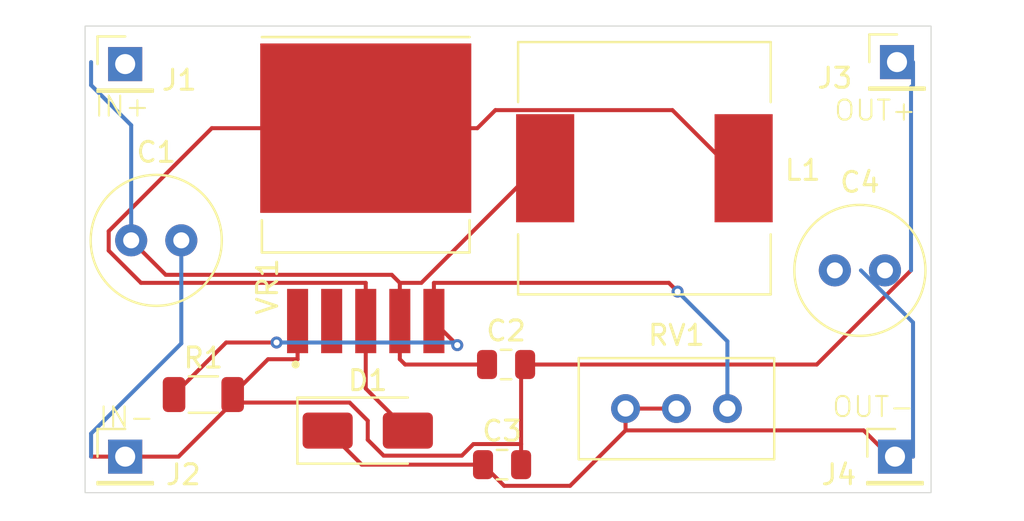
<source format=kicad_pcb>
(kicad_pcb (version 20241229) (generator "pcbnew") (generator_version "9.0")
  (layers (0 "F.Cu" signal) (2 "B.Cu" signal) (13 "F.Paste" user) (15 "B.Paste" user) (5 "F.SilkS" user "F.Silkscreen") (7 "B.SilkS" user "B.Silkscreen") (1 "F.Mask" user) (3 "B.Mask" user) (25 "Edge.Cuts" user))
  (net 0 "")
  (net 1 "GND")
  (net 2 "Net-(J1-Pin_1)")
  (net 3 "Net-(D1-K)")
  (net 4 "Net-(D1-A)")
  (net 5 "Net-(VR1-FB)")
  (footprint "Diode_SMD:D_SMA" (layer "F.Cu") (at 98.3 52.5)
    (property "Reference" "D1" (at 0 -2.5 0) (layer "F.SilkS"))
    (property "Value" "SS34")
    (fp_line (start -3.51 -1.65) (end -3.51 1.65) (stroke (width 0.12)) (layer "F.SilkS"))
    (fp_line (start -3.51 -1.65) (end 2 -1.65) (stroke (width 0.12)) (layer "F.SilkS"))
    (fp_line (start -3.51 1.65) (end 2 1.65) (stroke (width 0.12)) (layer "F.SilkS"))
    (pad "1" smd roundrect (at -2 0) (size 2.5 1.8) (layers "F.Cu" "F.Mask" "F.Paste") (roundrect_rratio 0.1388888889) (net 3 "Net-(D1-K)"))
    (pad "2" smd roundrect (at 2 0) (size 2.5 1.8) (layers "F.Cu" "F.Mask" "F.Paste") (roundrect_rratio 0.1388888889) (net 4 "Net-(D1-A)"))
  )
  (footprint "Connector_PinHeader_2.54mm:PinHeader_1x01_P2.54mm_Vertical" (layer "F.Cu") (at 124.7 34.1)
    (property "Reference" "J3" (at -3.1 0.8 0) (layer "F.SilkS"))
    (property "Value" "Conn_01x01_Pin")
    (fp_line (start -1.38 -1.38) (end 0 -1.38) (stroke (width 0.12)) (layer "F.SilkS"))
    (fp_line (start -1.38 0) (end -1.38 -1.38) (stroke (width 0.12)) (layer "F.SilkS"))
    (fp_line (start -1.38 1.27) (end -1.38 1.38) (stroke (width 0.12)) (layer "F.SilkS"))
    (fp_line (start -1.38 1.27) (end 1.38 1.27) (stroke (width 0.12)) (layer "F.SilkS"))
    (fp_line (start -1.38 1.38) (end 1.38 1.38) (stroke (width 0.12)) (layer "F.SilkS"))
    (fp_line (start 1.38 1.27) (end 1.38 1.38) (stroke (width 0.12)) (layer "F.SilkS"))
    (pad "1" thru_hole rect (at 0 0) (size 1.7 1.7) (drill 1) (layers "*.Cu" "*.Mask") (net 1 "GND"))
  )
  (footprint "XL6009:DPAK170P1435X465-6N" (layer "F.Cu") (at 98.2 40.9 90)
    (property "Reference" "VR1" (at -4.4 -4.9 90) (layer "F.SilkS"))
    (property "Value" "XL6009")
    (fp_line (start 8.05 -5.18) (end 8.05 5.18) (stroke (width 0.127)) (layer "F.SilkS"))
    (fp_line (start -1.1 -5.18) (end -2.705 -5.18) (stroke (width 0.127)) (layer "F.SilkS"))
    (fp_line (start -2.705 -5.18) (end -2.705 5.18) (stroke (width 0.127)) (layer "F.SilkS"))
    (fp_line (start -1.1 5.18) (end -2.705 5.18) (stroke (width 0.127)) (layer "F.SilkS"))
    (fp_circle (center -8.3 -3.5) (end -8.2 -3.5) (stroke (width 0.2)) (fill no) (layer "F.SilkS"))
    (pad "1" smd rect (at -6.13 -3.4 90) (size 3.21 1.05) (layers "F.Cu" "F.Mask" "F.Paste") (net 1 "GND"))
    (pad "2" smd rect (at -6.13 -1.7 90) (size 3.21 1.05) (layers "F.Cu" "F.Mask" "F.Paste"))
    (pad "3" smd rect (at -6.13 0 90) (size 3.21 1.05) (layers "F.Cu" "F.Mask" "F.Paste") (net 4 "Net-(D1-A)"))
    (pad "4" smd rect (at -6.13 1.7 90) (size 3.21 1.05) (layers "F.Cu" "F.Mask" "F.Paste") (net 2 "Net-(J1-Pin_1)"))
    (pad "5" smd rect (at -6.13 3.4 90) (size 3.21 1.05) (layers "F.Cu" "F.Mask" "F.Paste") (net 5 "Net-(VR1-FB)"))
    (pad "6" smd rect (at 3.5 0 90) (size 8.46 10.53) (layers "F.Cu" "F.Mask") (net 4 "Net-(D1-A)"))
  )
  (footprint "Capacitor_THT:C_Radial_D6.3mm_H11.0mm_P2.50mm" (layer "F.Cu") (at 121.6 44.5)
    (property "Reference" "C4" (at 1.25 -4.4 0) (layer "F.SilkS"))
    (property "Value" "220uF/50V")
    (fp_circle (center 1.25 0) (end 4.52 0) (stroke (width 0.12)) (fill no) (layer "F.SilkS"))
    (pad "1" thru_hole circle (at 0 0) (size 1.6 1.6) (drill 0.8) (layers "*.Cu" "*.Mask") (net 3 "Net-(D1-K)"))
    (pad "2" thru_hole circle (at 2.5 0) (size 1.6 1.6) (drill 0.8) (layers "*.Cu" "*.Mask") (net 1 "GND"))
  )
  (footprint "Capacitor_THT:C_Radial_D6.3mm_H11.0mm_P2.50mm" (layer "F.Cu") (at 86.5 43)
    (property "Reference" "C1" (at 1.25 -4.4 0) (layer "F.SilkS"))
    (property "Value" "47uF/50V")
    (fp_circle (center 1.25 0) (end 4.52 0) (stroke (width 0.12)) (fill no) (layer "F.SilkS"))
    (pad "1" thru_hole circle (at 0 0) (size 1.6 1.6) (drill 0.8) (layers "*.Cu" "*.Mask") (net 2 "Net-(J1-Pin_1)"))
    (pad "2" thru_hole circle (at 2.5 0) (size 1.6 1.6) (drill 0.8) (layers "*.Cu" "*.Mask") (net 1 "GND"))
  )
  (footprint "Potentiometer_THT:Potentiometer_Bourns_3296W_Vertical" (layer "F.Cu") (at 116.24 51.4)
    (property "Reference" "RV1" (at -2.54 -3.66 0) (layer "F.SilkS"))
    (property "Value" "50k")
    (fp_line (start -7.415 -2.52) (end 2.335 -2.52) (stroke (width 0.12)) (layer "F.SilkS"))
    (fp_line (start -7.415 2.53) (end -7.415 -2.52) (stroke (width 0.12)) (layer "F.SilkS"))
    (fp_line (start 2.335 -2.52) (end 2.335 2.53) (stroke (width 0.12)) (layer "F.SilkS"))
    (fp_line (start 2.335 2.53) (end -7.415 2.53) (stroke (width 0.12)) (layer "F.SilkS"))
    (pad "1" thru_hole circle (at 0 0) (size 1.44 1.44) (drill 0.8) (layers "*.Cu" "*.Mask") (net 5 "Net-(VR1-FB)"))
    (pad "2" thru_hole circle (at -2.54 0) (size 1.44 1.44) (drill 0.8) (layers "*.Cu" "*.Mask") (net 3 "Net-(D1-K)"))
    (pad "3" thru_hole circle (at -5.08 0) (size 1.44 1.44) (drill 0.8) (layers "*.Cu" "*.Mask") (net 3 "Net-(D1-K)"))
  )
  (footprint "Inductor_SMD:L_12x12mm_H8mm" (layer "F.Cu") (at 112.1 39.4)
    (property "Reference" "L1" (at 7.9 0.1 0) (layer "F.SilkS"))
    (property "Value" "33uH")
    (fp_line (start -6.3 -6.3) (end 6.3 -6.3) (stroke (width 0.12)) (layer "F.SilkS"))
    (fp_line (start -6.3 -3.3) (end -6.3 -6.3) (stroke (width 0.12)) (layer "F.SilkS"))
    (fp_line (start -6.3 6.3) (end -6.3 3.3) (stroke (width 0.12)) (layer "F.SilkS"))
    (fp_line (start 6.3 -6.3) (end 6.3 -3.3) (stroke (width 0.12)) (layer "F.SilkS"))
    (fp_line (start 6.3 3.3) (end 6.3 6.3) (stroke (width 0.12)) (layer "F.SilkS"))
    (fp_line (start 6.3 6.3) (end -6.3 6.3) (stroke (width 0.12)) (layer "F.SilkS"))
    (pad "1" smd rect (at -4.95 0) (size 2.9 5.4) (layers "F.Cu" "F.Mask" "F.Paste") (net 2 "Net-(J1-Pin_1)"))
    (pad "2" smd rect (at 4.95 0) (size 2.9 5.4) (layers "F.Cu" "F.Mask" "F.Paste") (net 4 "Net-(D1-A)"))
  )
  (footprint "Capacitor_SMD:C_0805_2012Metric" (layer "F.Cu") (at 105.2 49.2)
    (property "Reference" "C2" (at 0 -1.68 0) (layer "F.SilkS"))
    (property "Value" "1uF")
    (fp_line (start -0.261252 -0.735) (end 0.261252 -0.735) (stroke (width 0.12)) (layer "F.SilkS"))
    (fp_line (start -0.261252 0.735) (end 0.261252 0.735) (stroke (width 0.12)) (layer "F.SilkS"))
    (pad "1" smd roundrect (at -0.95 0) (size 1 1.45) (layers "F.Cu" "F.Mask" "F.Paste") (net 2 "Net-(J1-Pin_1)"))
    (pad "2" smd roundrect (at 0.95 0) (size 1 1.45) (layers "F.Cu" "F.Mask" "F.Paste") (net 1 "GND"))
  )
  (footprint "Connector_PinHeader_2.54mm:PinHeader_1x01_P2.54mm_Vertical" (layer "F.Cu") (at 124.6 53.8)
    (property "Reference" "J4" (at -2.8 0.9 0) (layer "F.SilkS"))
    (property "Value" "Conn_01x01_Pin")
    (fp_line (start -1.38 -1.38) (end 0 -1.38) (stroke (width 0.12)) (layer "F.SilkS"))
    (fp_line (start -1.38 0) (end -1.38 -1.38) (stroke (width 0.12)) (layer "F.SilkS"))
    (fp_line (start -1.38 1.27) (end -1.38 1.38) (stroke (width 0.12)) (layer "F.SilkS"))
    (fp_line (start -1.38 1.27) (end 1.38 1.27) (stroke (width 0.12)) (layer "F.SilkS"))
    (fp_line (start -1.38 1.38) (end 1.38 1.38) (stroke (width 0.12)) (layer "F.SilkS"))
    (fp_line (start 1.38 1.27) (end 1.38 1.38) (stroke (width 0.12)) (layer "F.SilkS"))
    (pad "1" thru_hole rect (at 0 0) (size 1.7 1.7) (drill 1) (layers "*.Cu" "*.Mask") (net 3 "Net-(D1-K)"))
  )
  (footprint "Resistor_SMD:R_1206_3216Metric" (layer "F.Cu") (at 90.1 50.7)
    (property "Reference" "R1" (at 0 -1.83 0) (layer "F.SilkS"))
    (property "Value" "1k")
    (fp_line (start -0.727064 -0.91) (end 0.727064 -0.91) (stroke (width 0.12)) (layer "F.SilkS"))
    (fp_line (start -0.727064 0.91) (end 0.727064 0.91) (stroke (width 0.12)) (layer "F.SilkS"))
    (pad "1" smd roundrect (at -1.4625 0) (size 1.125 1.75) (layers "F.Cu" "F.Mask" "F.Paste") (roundrect_rratio 0.222222) (net 5 "Net-(VR1-FB)"))
    (pad "2" smd roundrect (at 1.4625 0) (size 1.125 1.75) (layers "F.Cu" "F.Mask" "F.Paste") (roundrect_rratio 0.222222) (net 1 "GND"))
  )
  (footprint "Connector_PinHeader_2.54mm:PinHeader_1x01_P2.54mm_Vertical" (layer "F.Cu") (at 86.2 34.2)
    (property "Reference" "J1" (at 2.7 0.8 0) (layer "F.SilkS"))
    (property "Value" "Conn_01x01_Pin")
    (fp_line (start -1.38 -1.38) (end 0 -1.38) (stroke (width 0.12)) (layer "F.SilkS"))
    (fp_line (start -1.38 0) (end -1.38 -1.38) (stroke (width 0.12)) (layer "F.SilkS"))
    (fp_line (start -1.38 1.27) (end -1.38 1.38) (stroke (width 0.12)) (layer "F.SilkS"))
    (fp_line (start -1.38 1.27) (end 1.38 1.27) (stroke (width 0.12)) (layer "F.SilkS"))
    (fp_line (start -1.38 1.38) (end 1.38 1.38) (stroke (width 0.12)) (layer "F.SilkS"))
    (fp_line (start 1.38 1.27) (end 1.38 1.38) (stroke (width 0.12)) (layer "F.SilkS"))
    (pad "1" thru_hole rect (at 0 0) (size 1.7 1.7) (drill 1) (layers "*.Cu" "*.Mask") (net 2 "Net-(J1-Pin_1)"))
  )
  (footprint "Connector_PinHeader_2.54mm:PinHeader_1x01_P2.54mm_Vertical" (layer "F.Cu") (at 86.2 53.8)
    (property "Reference" "J2" (at 2.9 0.9 0) (layer "F.SilkS"))
    (property "Value" "Conn_01x01_Pin")
    (fp_line (start -1.38 -1.38) (end 0 -1.38) (stroke (width 0.12)) (layer "F.SilkS"))
    (fp_line (start -1.38 0) (end -1.38 -1.38) (stroke (width 0.12)) (layer "F.SilkS"))
    (fp_line (start -1.38 1.27) (end -1.38 1.38) (stroke (width 0.12)) (layer "F.SilkS"))
    (fp_line (start -1.38 1.27) (end 1.38 1.27) (stroke (width 0.12)) (layer "F.SilkS"))
    (fp_line (start -1.38 1.38) (end 1.38 1.38) (stroke (width 0.12)) (layer "F.SilkS"))
    (fp_line (start 1.38 1.27) (end 1.38 1.38) (stroke (width 0.12)) (layer "F.SilkS"))
    (pad "1" thru_hole rect (at 0 0) (size 1.7 1.7) (drill 1) (layers "*.Cu" "*.Mask") (net 1 "GND"))
  )
  (footprint "Capacitor_SMD:C_0805_2012Metric" (layer "F.Cu") (at 105 54.2)
    (property "Reference" "C3" (at 0 -1.68 0) (layer "F.SilkS"))
    (property "Value" "1uF")
    (fp_line (start -0.261252 -0.735) (end 0.261252 -0.735) (stroke (width 0.12)) (layer "F.SilkS"))
    (fp_line (start -0.261252 0.735) (end 0.261252 0.735) (stroke (width 0.12)) (layer "F.SilkS"))
    (pad "1" smd roundrect (at -0.95 0) (size 1 1.45) (layers "F.Cu" "F.Mask" "F.Paste") (net 3 "Net-(D1-K)"))
    (pad "2" smd roundrect (at 0.95 0) (size 1 1.45) (layers "F.Cu" "F.Mask" "F.Paste") (net 1 "GND"))
  )
  (gr_rect (start 84.2 32.3) (end 126.4 55.6) (stroke (width 0.05)) (fill no) (layer "Edge.Cuts"))
  (gr_text "OUT-\n" (at 121.4 51.9 0) (layer "F.SilkS") (effects (font (size 1 1) (thickness 0.1)) (justify left bottom)))
  (gr_text "IN+" (at 84.6 36.9 0) (layer "F.SilkS") (effects (font (size 1 1) (thickness 0.1)) (justify left bottom)))
  (gr_text "IN-" (at 84.82 52.42 0) (layer "F.SilkS") (effects (font (size 1 1) (thickness 0.1)) (justify left bottom)))
  (gr_text "OUT+" (at 121.5 37.1 0) (layer "F.SilkS") (effects (font (size 1 1) (thickness 0.1)) (justify left bottom)))
  (segment (start 105.95 49.4) (end 106.15 49.2) (width 0.2) (layer "F.Cu") (net 1))
  (segment (start 105.95 54.2) (end 105.95 53.5742) (width 0.2) (layer "F.Cu") (net 1))
  (segment (start 91.5625 51.0995) (end 88.862 53.8) (width 0.2) (layer "F.Cu") (net 1))
  (segment (start 103.5712 53.1723) (end 105.95 53.1723) (width 0.2) (layer "F.Cu") (net 1))
  (segment (start 91.5625 51.0995) (end 97.395 51.0995) (width 0.2) (layer "F.Cu") (net 1))
  (segment (start 91.5625 50.7) (end 93.3258 48.9367) (width 0.2) (layer "F.Cu") (net 1))
  (segment (start 97.395 51.0995) (end 98.3001 52.0046) (width 0.2) (layer "F.Cu") (net 1))
  (segment (start 105.95 53.5742) (end 105.95 53.5329) (width 0.2) (layer "F.Cu") (net 1))
  (segment (start 88.862 53.8) (end 84.5 53.8) (width 0.2) (layer "F.Cu") (net 1))
  (segment (start 93.3258 48.9367) (end 94.8 48.9367) (width 0.2) (layer "F.Cu") (net 1))
  (segment (start 120.7 49.2) (end 106.15 49.2) (width 0.2) (layer "F.Cu") (net 1))
  (segment (start 125.4 44.5) (end 120.7 49.2) (width 0.2) (layer "F.Cu") (net 1))
  (segment (start 102.993 53.7505) (end 103.5712 53.1723) (width 0.2) (layer "F.Cu") (net 1))
  (segment (start 94.8 47.03) (end 94.8 48.935) (width 0.2) (layer "F.Cu") (net 1))
  (segment (start 94.8 48.935) (end 94.8 48.9352) (width 0.2) (layer "F.Cu") (net 1))
  (segment (start 99.0917 53.7505) (end 102.993 53.7505) (width 0.2) (layer "F.Cu") (net 1))
  (segment (start 98.3001 52.9589) (end 99.0917 53.7505) (width 0.2) (layer "F.Cu") (net 1))
  (segment (start 98.3001 52.0046) (end 98.3001 52.9589) (width 0.2) (layer "F.Cu") (net 1))
  (segment (start 105.95 53.1723) (end 105.95 49.4) (width 0.2) (layer "F.Cu") (net 1))
  (segment (start 94.8 48.9352) (end 94.8 48.9367) (width 0.2) (layer "F.Cu") (net 1))
  (segment (start 91.5625 50.7) (end 91.5625 51.0995) (width 0.2) (layer "F.Cu") (net 1))
  (segment (start 105.95 53.5329) (end 105.95 53.1723) (width 0.2) (layer "F.Cu") (net 1))
  (segment (start 125.5 34.1) (end 125.5 35.2517) (width 0.2) (layer "B.Cu") (net 1))
  (segment (start 125.5 53.8) (end 125.5 47.1) (width 0.2) (layer "B.Cu") (net 1))
  (segment (start 84.5 53.8) (end 84.5 52.6483) (width 0.2) (layer "B.Cu") (net 1))
  (segment (start 125.4 35.3517) (end 125.4 44.5) (width 0.2) (layer "B.Cu") (net 1))
  (segment (start 89 48.1483) (end 84.5 52.6483) (width 0.2) (layer "B.Cu") (net 1))
  (segment (start 125.5 35.2517) (end 125.4 35.3517) (width 0.2) (layer "B.Cu") (net 1))
  (segment (start 89 43) (end 89 48.1483) (width 0.2) (layer "B.Cu") (net 1))
  (segment (start 125.5 47.1) (end 122.9 44.5) (width 0.2) (layer "B.Cu") (net 1))
  (segment (start 99.9 47.03) (end 99.9 45.1233) (width 0.2) (layer "F.Cu") (net 2))
  (segment (start 100.975 45.1233) (end 99.9 45.1233) (width 0.2) (layer "F.Cu") (net 2))
  (segment (start 99.9 45.1233) (end 99.4983 44.7216) (width 0.2) (layer "F.Cu") (net 2))
  (segment (start 104.25 49.2) (end 100.1633 49.2) (width 0.2) (layer "F.Cu") (net 2))
  (segment (start 88.2216 44.7216) (end 86.5 43) (width 0.2) (layer "F.Cu") (net 2))
  (segment (start 108.35 39.5) (end 106.5983 39.5) (width 0.2) (layer "F.Cu") (net 2))
  (segment (start 106.5983 39.5) (end 100.975 45.1233) (width 0.2) (layer "F.Cu") (net 2))
  (segment (start 99.9 47.03) (end 99.9 48.9367) (width 0.2) (layer "F.Cu") (net 2))
  (segment (start 99.4983 44.7216) (end 88.2216 44.7216) (width 0.2) (layer "F.Cu") (net 2))
  (segment (start 100.1633 49.2) (end 99.9 48.9367) (width 0.2) (layer "F.Cu") (net 2))
  (segment (start 84.5 35.2517) (end 86.5 37.2517) (width 0.2) (layer "B.Cu") (net 2))
  (segment (start 84.5 34.1) (end 84.5 35.2517) (width 0.2) (layer "B.Cu") (net 2))
  (segment (start 86.5 37.2517) (end 86.5 43) (width 0.2) (layer "B.Cu") (net 2))
  (segment (start 96.3 52.5) (end 98 54.2) (width 0.2) (layer "F.Cu") (net 3))
  (segment (start 108.3919 55.258) (end 111.16 52.4899) (width 0.2) (layer "F.Cu") (net 3))
  (segment (start 105.108 55.258) (end 108.3919 55.258) (width 0.2) (layer "F.Cu") (net 3))
  (segment (start 125.5 53.8) (end 124.3483 53.8) (width 0.2) (layer "F.Cu") (net 3))
  (segment (start 111.16 52.4899) (end 111.16 51.4) (width 0.2) (layer "F.Cu") (net 3))
  (segment (start 104.05 54.2) (end 105.108 55.258) (width 0.2) (layer "F.Cu") (net 3))
  (segment (start 123.0382 52.4899) (end 124.3483 53.8) (width 0.2) (layer "F.Cu") (net 3))
  (segment (start 98 54.2) (end 104.05 54.2) (width 0.2) (layer "F.Cu") (net 3))
  (segment (start 113.7 51.4) (end 111.16 51.4) (width 0.2) (layer "F.Cu") (net 3))
  (segment (start 111.16 52.4899) (end 123.0382 52.4899) (width 0.2) (layer "F.Cu") (net 3))
  (segment (start 100.9834 37.4) (end 103.7667 37.4) (width 0.2) (layer "F.Cu") (net 4))
  (segment (start 98.2 47.03) (end 98.2 50.4) (width 0.2) (layer "F.Cu") (net 4))
  (segment (start 86.9886 45.1233) (end 98.2 45.1233) (width 0.2) (layer "F.Cu") (net 4))
  (segment (start 100.9834 37.4) (end 98.2 37.4) (width 0.2) (layer "F.Cu") (net 4))
  (segment (start 104.6684 36.4983) (end 103.7667 37.4) (width 0.2) (layer "F.Cu") (net 4))
  (segment (start 98.2 46.0766) (end 98.2 47.03) (width 0.2) (layer "F.Cu") (net 4))
  (segment (start 98.2 50.4) (end 100.3 52.5) (width 0.2) (layer "F.Cu") (net 4))
  (segment (start 113.4966 36.4983) (end 104.6684 36.4983) (width 0.2) (layer "F.Cu") (net 4))
  (segment (start 98.2 37.4) (end 90.5217 37.4) (width 0.2) (layer "F.Cu") (net 4))
  (segment (start 85.3786 43.5133) (end 86.9886 45.1233) (width 0.2) (layer "F.Cu") (net 4))
  (segment (start 90.5217 37.4) (end 85.3786 42.5431) (width 0.2) (layer "F.Cu") (net 4))
  (segment (start 118.25 39.5) (end 116.4983 39.5) (width 0.2) (layer "F.Cu") (net 4))
  (segment (start 98.2 46.0766) (end 98.2 45.1233) (width 0.2) (layer "F.Cu") (net 4))
  (segment (start 85.3786 42.5431) (end 85.3786 43.5133) (width 0.2) (layer "F.Cu") (net 4))
  (segment (start 116.4983 39.5) (end 113.4966 36.4983) (width 0.2) (layer "F.Cu") (net 4))
  (segment (start 91.2359 48.1016) (end 93.7504 48.1016) (width 0.2) (layer "F.Cu") (net 5))
  (segment (start 101.6 47.0681) (end 101.6 47.03) (width 0.2) (layer "F.Cu") (net 5))
  (segment (start 102.6335 48.1016) (end 102.7652 48.2333) (width 0.2) (layer "F.Cu") (net 5))
  (segment (start 113.322 45.1233) (end 113.758 45.5593) (width 0.2) (layer "F.Cu") (net 5))
  (segment (start 88.6375 50.7) (end 91.2359 48.1016) (width 0.2) (layer "F.Cu") (net 5))
  (segment (start 102.7652 48.2333) (end 102.6335 48.1016) (width 0.2) (layer "F.Cu") (net 5))
  (segment (start 101.6 47.03) (end 101.6 45.1233) (width 0.2) (layer "F.Cu") (net 5))
  (segment (start 101.6 45.1233) (end 113.322 45.1233) (width 0.2) (layer "F.Cu") (net 5))
  (segment (start 102.7652 48.2333) (end 101.6 47.0681) (width 0.2) (layer "F.Cu") (net 5))
  (via (at 102.7652 48.2333) (size 0.6) (drill 0.3) (layers "F.Cu" "B.Cu") (net 5))
  (via (at 113.758 45.5593) (size 0.6) (drill 0.3) (layers "F.Cu" "B.Cu") (net 5))
  (via (at 93.7504 48.1016) (size 0.6) (drill 0.3) (layers "F.Cu" "B.Cu") (net 5))
  (segment (start 102.7652 48.2333) (end 102.6335 48.1016) (width 0.2) (layer "B.Cu") (net 5))
  (segment (start 93.7504 48.1016) (end 102.6335 48.1016) (width 0.2) (layer "B.Cu") (net 5))
  (segment (start 116.24 48.0413) (end 116.24 51.4) (width 0.2) (layer "B.Cu") (net 5))
  (segment (start 102.6335 48.1016) (end 102.7652 48.2333) (width 0.2) (layer "B.Cu") (net 5))
  (segment (start 113.758 45.5593) (end 116.24 48.0413) (width 0.2) (layer "B.Cu") (net 5))
  (segment (start 102.6335 48.1016) (end 102.7652 48.2333) (width 0.2) (layer "B.Cu") (net 5))
)
</source>
